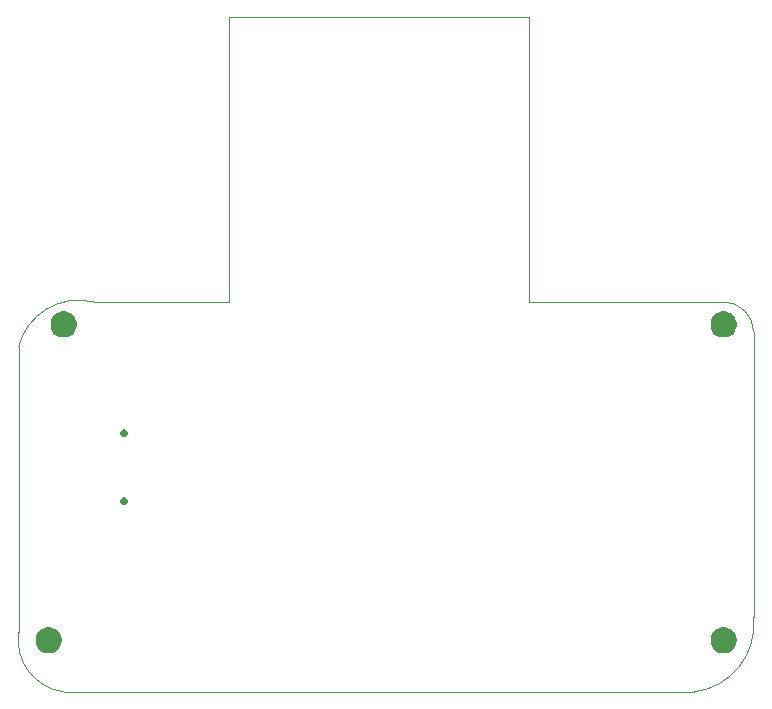
<source format=gbr>
G04*
G04 #@! TF.GenerationSoftware,Altium Limited,Altium Designer,26.1.1 (7)*
G04*
G04 Layer_Color=0*
%FSLAX44Y44*%
%MOMM*%
G71*
G04*
G04 #@! TF.SameCoordinates,FB23F88C-E865-406B-BE6F-A8DC1CEE19A6*
G04*
G04*
G04 #@! TF.FilePolarity,Positive*
G04*
G01*
G75*
%ADD93C,0.0254*%
G36*
X25851Y32815D02*
X26935D01*
X29060Y33238D01*
X31061Y34067D01*
X32863Y35271D01*
X34395Y36803D01*
X35599Y38605D01*
X36428Y40606D01*
X36851Y42732D01*
Y43815D01*
Y44898D01*
X36428Y47023D01*
X35599Y49025D01*
X34395Y50827D01*
X32863Y52359D01*
X31061Y53563D01*
X29060Y54392D01*
X26935Y54815D01*
X25851D01*
X24768D01*
X22643Y54392D01*
X20641Y53563D01*
X18839Y52359D01*
X17307Y50827D01*
X16104Y49025D01*
X15274Y47023D01*
X14852Y44898D01*
Y43815D01*
Y42732D01*
X15274Y40606D01*
X16104Y38605D01*
X17307Y36803D01*
X18839Y35271D01*
X20641Y34067D01*
X22643Y33238D01*
X24768Y32815D01*
X25851D01*
D01*
D02*
G37*
G36*
X38551Y300151D02*
X39635D01*
X41760Y300573D01*
X43762Y301402D01*
X45563Y302606D01*
X47095Y304138D01*
X48299Y305940D01*
X49128Y307941D01*
X49551Y310067D01*
Y311150D01*
Y312233D01*
X49128Y314358D01*
X48299Y316360D01*
X47095Y318162D01*
X45563Y319694D01*
X43762Y320898D01*
X41760Y321727D01*
X39635Y322150D01*
X38551D01*
X37468D01*
X35343Y321727D01*
X33341Y320898D01*
X31539Y319694D01*
X30007Y318162D01*
X28804Y316360D01*
X27975Y314358D01*
X27552Y312233D01*
Y311150D01*
Y310067D01*
X27975Y307941D01*
X28804Y305940D01*
X30007Y304138D01*
X31539Y302606D01*
X33341Y301402D01*
X35343Y300573D01*
X37468Y300151D01*
X38551D01*
D01*
D02*
G37*
G36*
X597351Y32815D02*
X598435D01*
X600560Y33238D01*
X602561Y34067D01*
X604363Y35271D01*
X605895Y36803D01*
X607099Y38605D01*
X607928Y40606D01*
X608351Y42732D01*
Y43815D01*
Y44898D01*
X607928Y47023D01*
X607099Y49025D01*
X605895Y50827D01*
X604363Y52359D01*
X602561Y53563D01*
X600560Y54392D01*
X598435Y54815D01*
X597351D01*
X596268D01*
X594143Y54392D01*
X592141Y53563D01*
X590340Y52359D01*
X588807Y50827D01*
X587604Y49025D01*
X586774Y47023D01*
X586352Y44898D01*
Y43815D01*
Y42732D01*
X586774Y40606D01*
X587604Y38605D01*
X588807Y36803D01*
X590340Y35271D01*
X592141Y34067D01*
X594143Y33238D01*
X596268Y32815D01*
X597351D01*
D01*
D02*
G37*
G36*
Y300151D02*
X598435D01*
X600560Y300573D01*
X602561Y301402D01*
X604363Y302606D01*
X605895Y304138D01*
X607099Y305940D01*
X607928Y307941D01*
X608351Y310067D01*
Y311150D01*
Y312233D01*
X607928Y314358D01*
X607099Y316360D01*
X605895Y318162D01*
X604363Y319694D01*
X602561Y320898D01*
X600560Y321727D01*
X598435Y322150D01*
X597351D01*
X596268D01*
X594143Y321727D01*
X592141Y320898D01*
X590340Y319694D01*
X588807Y318162D01*
X587604Y316360D01*
X586774Y314358D01*
X586352Y312233D01*
Y311150D01*
Y310067D01*
X586774Y307941D01*
X587604Y305940D01*
X588807Y304138D01*
X590340Y302606D01*
X592141Y301402D01*
X594143Y300573D01*
X596268Y300151D01*
X597351D01*
D01*
D02*
G37*
G36*
X89920Y216150D02*
X90567D01*
X91761Y216645D01*
X92675Y217559D01*
X93170Y218754D01*
Y219400D01*
Y220047D01*
X92675Y221241D01*
X91761Y222155D01*
X90567Y222650D01*
X89920D01*
X89274D01*
X88079Y222155D01*
X87165Y221241D01*
X86670Y220047D01*
Y219400D01*
Y218754D01*
X87165Y217559D01*
X88079Y216645D01*
X89274Y216150D01*
X89920D01*
D01*
D02*
G37*
G36*
Y158350D02*
X90567D01*
X91761Y158845D01*
X92675Y159759D01*
X93170Y160953D01*
Y161600D01*
Y162246D01*
X92675Y163441D01*
X91761Y164355D01*
X90567Y164850D01*
X89920D01*
X89274D01*
X88079Y164355D01*
X87165Y163441D01*
X86670Y162246D01*
Y161600D01*
Y160953D01*
X87165Y159759D01*
X88079Y158845D01*
X89274Y158350D01*
X89920D01*
D01*
D02*
G37*
D93*
X432251Y571500D02*
Y330200D01*
X597351D01*
D02*
G02*
X622751Y304800I0J-25400D01*
G01*
Y63500D01*
D02*
G02*
X571951Y0I-57150J-6350D01*
G01*
X38551D01*
D02*
G02*
X451Y50800I6350J44450D01*
G01*
Y292100D01*
D02*
G02*
X63951Y330200I50800J-12700D01*
G01*
X178251D01*
Y571500D01*
X432251D01*
M02*

</source>
